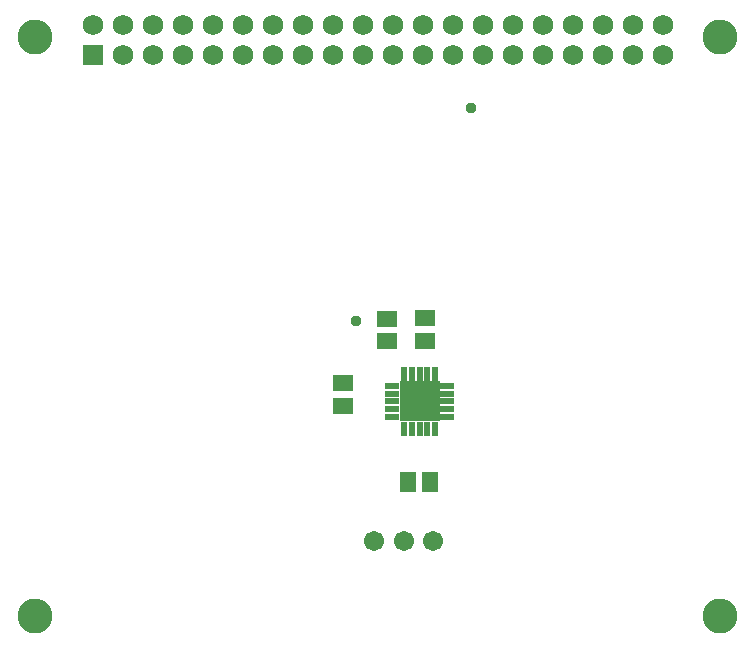
<source format=gbr>
G04 EAGLE Gerber RS-274X export*
G75*
%MOMM*%
%FSLAX34Y34*%
%LPD*%
%INSoldermask Top*%
%IPPOS*%
%AMOC8*
5,1,8,0,0,1.08239X$1,22.5*%
G01*
G04 Define Apertures*
%ADD10C,2.953200*%
%ADD11R,1.703200X1.443200*%
%ADD12R,1.443200X1.703200*%
%ADD13R,0.553200X1.153200*%
%ADD14R,1.153200X0.553200*%
%ADD15R,3.453200X3.453200*%
%ADD16R,1.733200X1.733200*%
%ADD17C,1.733200*%
%ADD18C,1.711200*%
%ADD19C,0.959600*%
D10*
X35000Y525000D03*
X35000Y35000D03*
X615000Y35000D03*
X615000Y525000D03*
D11*
X364836Y268252D03*
X364836Y287252D03*
X332298Y267780D03*
X332298Y286780D03*
D12*
X350208Y148700D03*
X369208Y148700D03*
D11*
X295248Y213124D03*
X295248Y232124D03*
D13*
X373414Y240175D03*
X366914Y240175D03*
X360414Y240175D03*
X353914Y240175D03*
X347414Y240175D03*
D14*
X337014Y229775D03*
X337014Y223275D03*
X337014Y216775D03*
X337014Y210275D03*
X337014Y203775D03*
D13*
X347414Y193375D03*
X353914Y193375D03*
X360414Y193375D03*
X366914Y193375D03*
X373414Y193375D03*
D14*
X383814Y203775D03*
X383814Y210275D03*
X383814Y216775D03*
X383814Y223275D03*
X383814Y229775D03*
D15*
X360414Y216775D03*
D16*
X83700Y509907D03*
D17*
X83700Y535307D03*
X109100Y509907D03*
X109100Y535307D03*
X134500Y509907D03*
X134500Y535307D03*
X159900Y509907D03*
X159900Y535307D03*
X185300Y509907D03*
X185300Y535307D03*
X210700Y509907D03*
X210700Y535307D03*
X236100Y509907D03*
X236100Y535307D03*
X261500Y509907D03*
X261500Y535307D03*
X286900Y509907D03*
X286900Y535307D03*
X312300Y509907D03*
X312300Y535307D03*
X337700Y509907D03*
X337700Y535307D03*
X363100Y509907D03*
X363100Y535307D03*
X388500Y509907D03*
X388500Y535307D03*
X413900Y509907D03*
X413900Y535307D03*
X439300Y509907D03*
X439300Y535307D03*
X464700Y509907D03*
X464700Y535307D03*
X490100Y509907D03*
X490100Y535307D03*
X515500Y509907D03*
X515500Y535307D03*
X540900Y509907D03*
X540900Y535307D03*
X566300Y509907D03*
X566300Y535307D03*
D18*
X321858Y98766D03*
X346858Y98766D03*
X371858Y98766D03*
D19*
X306200Y285204D03*
X360360Y216305D03*
X403788Y464968D03*
M02*

</source>
